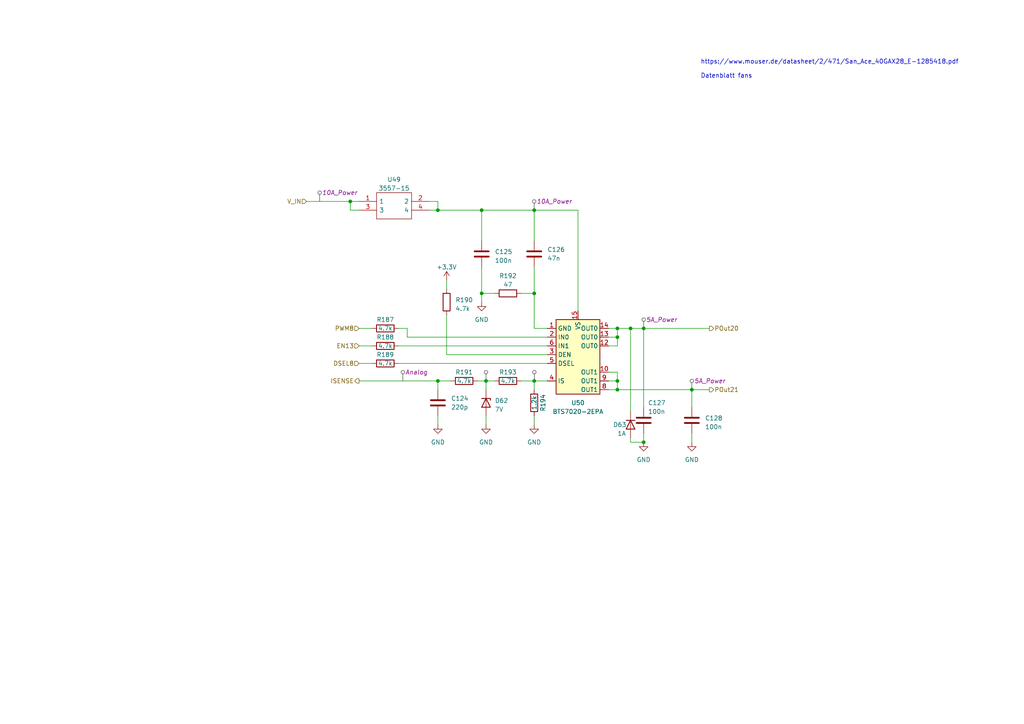
<source format=kicad_sch>
(kicad_sch (version 20230121) (generator eeschema)

  (uuid 73b20328-357b-4c4f-9f81-e16266d7eb6c)

  (paper "A4")

  (title_block
    (title "PDU FT24")
    (company "Nived Jayaprakash Nambiar ")
    (comment 1 "FasTTUBe Electronics")
  )

  (lib_symbols
    (symbol "3557-15:3557-15" (pin_names (offset 0.762)) (in_bom yes) (on_board yes)
      (property "Reference" "U" (at 16.51 7.62 0)
        (effects (font (size 1.27 1.27)) (justify left))
      )
      (property "Value" "3557-15" (at 16.51 5.08 0)
        (effects (font (size 1.27 1.27)) (justify left))
      )
      (property "Footprint" "355715" (at 16.51 2.54 0)
        (effects (font (size 1.27 1.27)) (justify left) hide)
      )
      (property "Datasheet" "https://componentsearchengine.com/Datasheets/1/3557-15.pdf" (at 16.51 0 0)
        (effects (font (size 1.27 1.27)) (justify left) hide)
      )
      (property "Description" "Fuse Holder T/H 2 IN 1 AUTO BLDE HOLDER, BLUE 15A" (at 16.51 -2.54 0)
        (effects (font (size 1.27 1.27)) (justify left) hide)
      )
      (property "Height" "7.37" (at 16.51 -5.08 0)
        (effects (font (size 1.27 1.27)) (justify left) hide)
      )
      (property "heisener Part Number" "" (at 16.51 -7.62 0)
        (effects (font (size 1.27 1.27)) (justify left) hide)
      )
      (property "heisener Price/Stock" "" (at 16.51 -10.16 0)
        (effects (font (size 1.27 1.27)) (justify left) hide)
      )
      (property "Manufacturer_Name" "Keystone Electronics" (at 16.51 -12.7 0)
        (effects (font (size 1.27 1.27)) (justify left) hide)
      )
      (property "Manufacturer_Part_Number" "3557-15" (at 16.51 -15.24 0)
        (effects (font (size 1.27 1.27)) (justify left) hide)
      )
      (property "ki_description" "Fuse Holder T/H 2 IN 1 AUTO BLDE HOLDER, BLUE 15A" (at 0 0 0)
        (effects (font (size 1.27 1.27)) hide)
      )
      (symbol "3557-15_0_0"
        (pin passive line (at 0 0 0) (length 5.08)
          (name "1" (effects (font (size 1.27 1.27))))
          (number "1" (effects (font (size 1.27 1.27))))
        )
        (pin passive line (at 20.32 0 180) (length 5.08)
          (name "2" (effects (font (size 1.27 1.27))))
          (number "2" (effects (font (size 1.27 1.27))))
        )
        (pin passive line (at 0 -2.54 0) (length 5.08)
          (name "3" (effects (font (size 1.27 1.27))))
          (number "3" (effects (font (size 1.27 1.27))))
        )
        (pin passive line (at 20.32 -2.54 180) (length 5.08)
          (name "4" (effects (font (size 1.27 1.27))))
          (number "4" (effects (font (size 1.27 1.27))))
        )
      )
      (symbol "3557-15_0_1"
        (polyline
          (pts
            (xy 5.08 2.54)
            (xy 15.24 2.54)
            (xy 15.24 -5.08)
            (xy 5.08 -5.08)
            (xy 5.08 2.54)
          )
          (stroke (width 0.1524) (type solid))
          (fill (type none))
        )
      )
    )
    (symbol "Device:C" (pin_numbers hide) (pin_names (offset 0.254)) (in_bom yes) (on_board yes)
      (property "Reference" "C" (at 0.635 2.54 0)
        (effects (font (size 1.27 1.27)) (justify left))
      )
      (property "Value" "C" (at 0.635 -2.54 0)
        (effects (font (size 1.27 1.27)) (justify left))
      )
      (property "Footprint" "" (at 0.9652 -3.81 0)
        (effects (font (size 1.27 1.27)) hide)
      )
      (property "Datasheet" "~" (at 0 0 0)
        (effects (font (size 1.27 1.27)) hide)
      )
      (property "ki_keywords" "cap capacitor" (at 0 0 0)
        (effects (font (size 1.27 1.27)) hide)
      )
      (property "ki_description" "Unpolarized capacitor" (at 0 0 0)
        (effects (font (size 1.27 1.27)) hide)
      )
      (property "ki_fp_filters" "C_*" (at 0 0 0)
        (effects (font (size 1.27 1.27)) hide)
      )
      (symbol "C_0_1"
        (polyline
          (pts
            (xy -2.032 -0.762)
            (xy 2.032 -0.762)
          )
          (stroke (width 0.508) (type default))
          (fill (type none))
        )
        (polyline
          (pts
            (xy -2.032 0.762)
            (xy 2.032 0.762)
          )
          (stroke (width 0.508) (type default))
          (fill (type none))
        )
      )
      (symbol "C_1_1"
        (pin passive line (at 0 3.81 270) (length 2.794)
          (name "~" (effects (font (size 1.27 1.27))))
          (number "1" (effects (font (size 1.27 1.27))))
        )
        (pin passive line (at 0 -3.81 90) (length 2.794)
          (name "~" (effects (font (size 1.27 1.27))))
          (number "2" (effects (font (size 1.27 1.27))))
        )
      )
    )
    (symbol "Device:D" (pin_numbers hide) (pin_names (offset 1.016) hide) (in_bom yes) (on_board yes)
      (property "Reference" "D" (at 0 2.54 0)
        (effects (font (size 1.27 1.27)))
      )
      (property "Value" "D" (at 0 -2.54 0)
        (effects (font (size 1.27 1.27)))
      )
      (property "Footprint" "" (at 0 0 0)
        (effects (font (size 1.27 1.27)) hide)
      )
      (property "Datasheet" "~" (at 0 0 0)
        (effects (font (size 1.27 1.27)) hide)
      )
      (property "Sim.Device" "D" (at 0 0 0)
        (effects (font (size 1.27 1.27)) hide)
      )
      (property "Sim.Pins" "1=K 2=A" (at 0 0 0)
        (effects (font (size 1.27 1.27)) hide)
      )
      (property "ki_keywords" "diode" (at 0 0 0)
        (effects (font (size 1.27 1.27)) hide)
      )
      (property "ki_description" "Diode" (at 0 0 0)
        (effects (font (size 1.27 1.27)) hide)
      )
      (property "ki_fp_filters" "TO-???* *_Diode_* *SingleDiode* D_*" (at 0 0 0)
        (effects (font (size 1.27 1.27)) hide)
      )
      (symbol "D_0_1"
        (polyline
          (pts
            (xy -1.27 1.27)
            (xy -1.27 -1.27)
          )
          (stroke (width 0.254) (type default))
          (fill (type none))
        )
        (polyline
          (pts
            (xy 1.27 0)
            (xy -1.27 0)
          )
          (stroke (width 0) (type default))
          (fill (type none))
        )
        (polyline
          (pts
            (xy 1.27 1.27)
            (xy 1.27 -1.27)
            (xy -1.27 0)
            (xy 1.27 1.27)
          )
          (stroke (width 0.254) (type default))
          (fill (type none))
        )
      )
      (symbol "D_1_1"
        (pin passive line (at -3.81 0 0) (length 2.54)
          (name "K" (effects (font (size 1.27 1.27))))
          (number "1" (effects (font (size 1.27 1.27))))
        )
        (pin passive line (at 3.81 0 180) (length 2.54)
          (name "A" (effects (font (size 1.27 1.27))))
          (number "2" (effects (font (size 1.27 1.27))))
        )
      )
    )
    (symbol "Device:D_Zener" (pin_numbers hide) (pin_names (offset 1.016) hide) (in_bom yes) (on_board yes)
      (property "Reference" "D" (at 0 2.54 0)
        (effects (font (size 1.27 1.27)))
      )
      (property "Value" "D_Zener" (at 0 -2.54 0)
        (effects (font (size 1.27 1.27)))
      )
      (property "Footprint" "" (at 0 0 0)
        (effects (font (size 1.27 1.27)) hide)
      )
      (property "Datasheet" "~" (at 0 0 0)
        (effects (font (size 1.27 1.27)) hide)
      )
      (property "ki_keywords" "diode" (at 0 0 0)
        (effects (font (size 1.27 1.27)) hide)
      )
      (property "ki_description" "Zener diode" (at 0 0 0)
        (effects (font (size 1.27 1.27)) hide)
      )
      (property "ki_fp_filters" "TO-???* *_Diode_* *SingleDiode* D_*" (at 0 0 0)
        (effects (font (size 1.27 1.27)) hide)
      )
      (symbol "D_Zener_0_1"
        (polyline
          (pts
            (xy 1.27 0)
            (xy -1.27 0)
          )
          (stroke (width 0) (type default))
          (fill (type none))
        )
        (polyline
          (pts
            (xy -1.27 -1.27)
            (xy -1.27 1.27)
            (xy -0.762 1.27)
          )
          (stroke (width 0.254) (type default))
          (fill (type none))
        )
        (polyline
          (pts
            (xy 1.27 -1.27)
            (xy 1.27 1.27)
            (xy -1.27 0)
            (xy 1.27 -1.27)
          )
          (stroke (width 0.254) (type default))
          (fill (type none))
        )
      )
      (symbol "D_Zener_1_1"
        (pin passive line (at -3.81 0 0) (length 2.54)
          (name "K" (effects (font (size 1.27 1.27))))
          (number "1" (effects (font (size 1.27 1.27))))
        )
        (pin passive line (at 3.81 0 180) (length 2.54)
          (name "A" (effects (font (size 1.27 1.27))))
          (number "2" (effects (font (size 1.27 1.27))))
        )
      )
    )
    (symbol "Device:R" (pin_numbers hide) (pin_names (offset 0)) (in_bom yes) (on_board yes)
      (property "Reference" "R" (at 2.032 0 90)
        (effects (font (size 1.27 1.27)))
      )
      (property "Value" "R" (at 0 0 90)
        (effects (font (size 1.27 1.27)))
      )
      (property "Footprint" "" (at -1.778 0 90)
        (effects (font (size 1.27 1.27)) hide)
      )
      (property "Datasheet" "~" (at 0 0 0)
        (effects (font (size 1.27 1.27)) hide)
      )
      (property "ki_keywords" "R res resistor" (at 0 0 0)
        (effects (font (size 1.27 1.27)) hide)
      )
      (property "ki_description" "Resistor" (at 0 0 0)
        (effects (font (size 1.27 1.27)) hide)
      )
      (property "ki_fp_filters" "R_*" (at 0 0 0)
        (effects (font (size 1.27 1.27)) hide)
      )
      (symbol "R_0_1"
        (rectangle (start -1.016 -2.54) (end 1.016 2.54)
          (stroke (width 0.254) (type default))
          (fill (type none))
        )
      )
      (symbol "R_1_1"
        (pin passive line (at 0 3.81 270) (length 1.27)
          (name "~" (effects (font (size 1.27 1.27))))
          (number "1" (effects (font (size 1.27 1.27))))
        )
        (pin passive line (at 0 -3.81 90) (length 1.27)
          (name "~" (effects (font (size 1.27 1.27))))
          (number "2" (effects (font (size 1.27 1.27))))
        )
      )
    )
    (symbol "PROFET:BTS7020-2EPA" (in_bom yes) (on_board yes)
      (property "Reference" "U" (at -5.08 11.43 0)
        (effects (font (size 1.27 1.27)))
      )
      (property "Value" "BTS7020-2EPA" (at 7.62 11.43 0)
        (effects (font (size 1.27 1.27)))
      )
      (property "Footprint" "Package_SO:Infineon_PG-TSDSO-14-22" (at -22.86 -12.7 0)
        (effects (font (size 1.27 1.27)) hide)
      )
      (property "Datasheet" "https://www.infineon.com/dgdl/Infineon-BTS7120-2EPA-DataSheet-v01_10-EN.pdf?fileId=5546d462636cc8fb016421dc08d31138" (at -3.81 -19.05 0)
        (effects (font (size 1.27 1.27)) hide)
      )
      (property "ki_keywords" "BTS7004" (at 0 0 0)
        (effects (font (size 1.27 1.27)) hide)
      )
      (property "ki_description" "Smart High-Side Power Switch, PROFET, Two Channel, 12V, 5A, Rds(on) 23.7mΩ, PG-TSDSO-14-22" (at 0 0 0)
        (effects (font (size 1.27 1.27)) hide)
      )
      (property "ki_fp_filters" "Infineon*TSDSO*22*" (at 0 0 0)
        (effects (font (size 1.27 1.27)) hide)
      )
      (symbol "BTS7020-2EPA_0_0"
        (pin input line (at -8.89 -2.54 0) (length 2.54)
          (name "DSEL" (effects (font (size 1.27 1.27))))
          (number "5" (effects (font (size 1.27 1.27))))
        )
        (pin input line (at -8.89 2.54 0) (length 2.54)
          (name "IN1" (effects (font (size 1.27 1.27))))
          (number "6" (effects (font (size 1.27 1.27))))
        )
      )
      (symbol "BTS7020-2EPA_0_1"
        (rectangle (start -6.35 10.16) (end 6.35 -11.43)
          (stroke (width 0.254) (type default))
          (fill (type background))
        )
      )
      (symbol "BTS7020-2EPA_1_1"
        (pin power_out line (at -8.89 7.62 0) (length 2.54)
          (name "GND" (effects (font (size 1.27 1.27))))
          (number "1" (effects (font (size 1.27 1.27))))
        )
        (pin output line (at 8.89 -5.08 180) (length 2.54)
          (name "OUT1" (effects (font (size 1.27 1.27))))
          (number "10" (effects (font (size 1.27 1.27))))
        )
        (pin no_connect line (at 8.89 -1.27 180) (length 2.54) hide
          (name "NC" (effects (font (size 1.27 1.27))))
          (number "11" (effects (font (size 1.27 1.27))))
        )
        (pin output line (at 8.89 2.54 180) (length 2.54)
          (name "OUT0" (effects (font (size 1.27 1.27))))
          (number "12" (effects (font (size 1.27 1.27))))
        )
        (pin output line (at 8.89 5.08 180) (length 2.54)
          (name "OUT0" (effects (font (size 1.27 1.27))))
          (number "13" (effects (font (size 1.27 1.27))))
        )
        (pin output line (at 8.89 7.62 180) (length 2.54)
          (name "OUT0" (effects (font (size 1.27 1.27))))
          (number "14" (effects (font (size 1.27 1.27))))
        )
        (pin power_in line (at 0 12.7 270) (length 2.54)
          (name "VS" (effects (font (size 1.27 1.27))))
          (number "15" (effects (font (size 1.27 1.27))))
        )
        (pin input line (at -8.89 5.08 0) (length 2.54)
          (name "IN0" (effects (font (size 1.27 1.27))))
          (number "2" (effects (font (size 1.27 1.27))))
        )
        (pin input line (at -8.89 0 0) (length 2.54)
          (name "DEN" (effects (font (size 1.27 1.27))))
          (number "3" (effects (font (size 1.27 1.27))))
        )
        (pin output line (at -8.89 -7.62 0) (length 2.54)
          (name "IS" (effects (font (size 1.27 1.27))))
          (number "4" (effects (font (size 1.27 1.27))))
        )
        (pin no_connect line (at -8.89 -10.16 0) (length 2.54) hide
          (name "NC" (effects (font (size 1.27 1.27))))
          (number "7" (effects (font (size 1.27 1.27))))
        )
        (pin output line (at 8.89 -10.16 180) (length 2.54)
          (name "OUT1" (effects (font (size 1.27 1.27))))
          (number "8" (effects (font (size 1.27 1.27))))
        )
        (pin output line (at 8.89 -7.62 180) (length 2.54)
          (name "OUT1" (effects (font (size 1.27 1.27))))
          (number "9" (effects (font (size 1.27 1.27))))
        )
      )
    )
    (symbol "power:+3.3V" (power) (pin_names (offset 0)) (in_bom yes) (on_board yes)
      (property "Reference" "#PWR" (at 0 -3.81 0)
        (effects (font (size 1.27 1.27)) hide)
      )
      (property "Value" "+3.3V" (at 0 3.556 0)
        (effects (font (size 1.27 1.27)))
      )
      (property "Footprint" "" (at 0 0 0)
        (effects (font (size 1.27 1.27)) hide)
      )
      (property "Datasheet" "" (at 0 0 0)
        (effects (font (size 1.27 1.27)) hide)
      )
      (property "ki_keywords" "global power" (at 0 0 0)
        (effects (font (size 1.27 1.27)) hide)
      )
      (property "ki_description" "Power symbol creates a global label with name \"+3.3V\"" (at 0 0 0)
        (effects (font (size 1.27 1.27)) hide)
      )
      (symbol "+3.3V_0_1"
        (polyline
          (pts
            (xy -0.762 1.27)
            (xy 0 2.54)
          )
          (stroke (width 0) (type default))
          (fill (type none))
        )
        (polyline
          (pts
            (xy 0 0)
            (xy 0 2.54)
          )
          (stroke (width 0) (type default))
          (fill (type none))
        )
        (polyline
          (pts
            (xy 0 2.54)
            (xy 0.762 1.27)
          )
          (stroke (width 0) (type default))
          (fill (type none))
        )
      )
      (symbol "+3.3V_1_1"
        (pin power_in line (at 0 0 90) (length 0) hide
          (name "+3.3V" (effects (font (size 1.27 1.27))))
          (number "1" (effects (font (size 1.27 1.27))))
        )
      )
    )
    (symbol "power:GND" (power) (pin_names (offset 0)) (in_bom yes) (on_board yes)
      (property "Reference" "#PWR" (at 0 -6.35 0)
        (effects (font (size 1.27 1.27)) hide)
      )
      (property "Value" "GND" (at 0 -3.81 0)
        (effects (font (size 1.27 1.27)))
      )
      (property "Footprint" "" (at 0 0 0)
        (effects (font (size 1.27 1.27)) hide)
      )
      (property "Datasheet" "" (at 0 0 0)
        (effects (font (size 1.27 1.27)) hide)
      )
      (property "ki_keywords" "global power" (at 0 0 0)
        (effects (font (size 1.27 1.27)) hide)
      )
      (property "ki_description" "Power symbol creates a global label with name \"GND\" , ground" (at 0 0 0)
        (effects (font (size 1.27 1.27)) hide)
      )
      (symbol "GND_0_1"
        (polyline
          (pts
            (xy 0 0)
            (xy 0 -1.27)
            (xy 1.27 -1.27)
            (xy 0 -2.54)
            (xy -1.27 -1.27)
            (xy 0 -1.27)
          )
          (stroke (width 0) (type default))
          (fill (type none))
        )
      )
      (symbol "GND_1_1"
        (pin power_in line (at 0 0 270) (length 0) hide
          (name "GND" (effects (font (size 1.27 1.27))))
          (number "1" (effects (font (size 1.27 1.27))))
        )
      )
    )
  )

  (junction (at 127 60.96) (diameter 0) (color 0 0 0 0)
    (uuid 175d1361-4d4b-4b81-8af8-54faec31ab8a)
  )
  (junction (at 186.69 128.27) (diameter 0) (color 0 0 0 0)
    (uuid 2f7d165b-7467-4a7d-a162-ae4d34d65946)
  )
  (junction (at 179.07 113.03) (diameter 0) (color 0 0 0 0)
    (uuid 3d883d95-0ad8-41fa-8443-aa7b8d8286c9)
  )
  (junction (at 127 110.49) (diameter 0) (color 0 0 0 0)
    (uuid 46568e91-1d36-4e62-98ad-e857f1475b06)
  )
  (junction (at 179.07 110.49) (diameter 0) (color 0 0 0 0)
    (uuid 5709b327-4cd6-4500-b4fd-8f937dfcb761)
  )
  (junction (at 154.94 60.96) (diameter 0) (color 0 0 0 0)
    (uuid 58959ee8-a9b9-4e48-871e-3c897a61017c)
  )
  (junction (at 154.94 110.49) (diameter 0) (color 0 0 0 0)
    (uuid 5c532006-7147-4107-94bf-e78102e260fe)
  )
  (junction (at 140.97 110.49) (diameter 0) (color 0 0 0 0)
    (uuid 609a2eb7-ea11-4b84-a3aa-4c884fe66b3d)
  )
  (junction (at 200.66 113.03) (diameter 0) (color 0 0 0 0)
    (uuid 706a6c87-6b73-4093-9b85-1c695337132a)
  )
  (junction (at 179.07 95.25) (diameter 0) (color 0 0 0 0)
    (uuid 775285e9-15a0-4975-9029-83670a5779bc)
  )
  (junction (at 179.07 97.79) (diameter 0) (color 0 0 0 0)
    (uuid 7ed9980e-3942-406e-944b-acc72e1d4712)
  )
  (junction (at 154.94 85.09) (diameter 0) (color 0 0 0 0)
    (uuid 8393872f-c31f-4200-9c94-ee43837719c8)
  )
  (junction (at 186.69 95.25) (diameter 0) (color 0 0 0 0)
    (uuid 8810052c-eefe-4d5f-86e4-f77fffced14f)
  )
  (junction (at 101.6 58.42) (diameter 0) (color 0 0 0 0)
    (uuid 9b110769-18bb-4d2d-9add-70e0c19644e5)
  )
  (junction (at 182.88 95.25) (diameter 0) (color 0 0 0 0)
    (uuid af4a309a-e072-47fd-8cc3-83290b76cd8a)
  )
  (junction (at 139.7 60.96) (diameter 0) (color 0 0 0 0)
    (uuid e1db3a00-8fa6-4d3b-8870-c89b4f671f61)
  )
  (junction (at 139.7 85.09) (diameter 0) (color 0 0 0 0)
    (uuid ec3c78f9-5a81-4f9c-9263-feb1ab9ca742)
  )

  (wire (pts (xy 104.14 110.49) (xy 127 110.49))
    (stroke (width 0) (type default))
    (uuid 02e44efb-14b9-4c8d-9385-01f7be4e308b)
  )
  (wire (pts (xy 143.51 85.09) (xy 139.7 85.09))
    (stroke (width 0) (type default))
    (uuid 03983e59-cf3a-4e3d-a0fd-1957d078ae3c)
  )
  (wire (pts (xy 176.53 110.49) (xy 179.07 110.49))
    (stroke (width 0) (type default))
    (uuid 073082f8-8c88-4e08-9321-7134e8b48671)
  )
  (wire (pts (xy 139.7 60.96) (xy 154.94 60.96))
    (stroke (width 0) (type default))
    (uuid 0ffb533a-5b15-4f2a-9ae2-9023276619d7)
  )
  (wire (pts (xy 118.11 95.25) (xy 115.57 95.25))
    (stroke (width 0) (type default))
    (uuid 10b2ebb2-1e7a-44af-b2e8-909c53243657)
  )
  (wire (pts (xy 154.94 60.96) (xy 154.94 69.85))
    (stroke (width 0) (type default))
    (uuid 15989528-0048-4d5b-b706-29be5451972c)
  )
  (wire (pts (xy 127 110.49) (xy 127 113.03))
    (stroke (width 0) (type default))
    (uuid 1ae7a899-26a1-499a-a3cd-32547afca0a2)
  )
  (wire (pts (xy 200.66 113.03) (xy 200.66 118.11))
    (stroke (width 0) (type default))
    (uuid 1d9b6465-d67f-47e2-b19e-3ffe9c5ebb40)
  )
  (wire (pts (xy 154.94 120.65) (xy 154.94 123.19))
    (stroke (width 0) (type default))
    (uuid 2888875f-e399-487f-9e60-aa5d39ea9225)
  )
  (wire (pts (xy 129.54 91.44) (xy 129.54 102.87))
    (stroke (width 0) (type default))
    (uuid 29b077e3-9ca4-4918-a4a2-4413f4f33076)
  )
  (wire (pts (xy 176.53 100.33) (xy 179.07 100.33))
    (stroke (width 0) (type default))
    (uuid 3dd462a0-b2a8-40b1-b7ce-3b1cc94f399d)
  )
  (wire (pts (xy 179.07 113.03) (xy 200.66 113.03))
    (stroke (width 0) (type default))
    (uuid 3df449a5-58d2-4afe-b78c-2180a40155af)
  )
  (wire (pts (xy 127 58.42) (xy 127 60.96))
    (stroke (width 0) (type default))
    (uuid 4321f455-1d64-462c-965b-e7a033dbed90)
  )
  (wire (pts (xy 104.14 100.33) (xy 107.95 100.33))
    (stroke (width 0) (type default))
    (uuid 5014adcd-d38d-4c05-b590-570f7d619d14)
  )
  (wire (pts (xy 101.6 58.42) (xy 104.14 58.42))
    (stroke (width 0) (type default))
    (uuid 54a958e6-bea8-4649-9dee-217bede9cac6)
  )
  (wire (pts (xy 200.66 113.03) (xy 205.74 113.03))
    (stroke (width 0) (type default))
    (uuid 581d2e85-0d68-4300-9733-4cf6806eaaf7)
  )
  (wire (pts (xy 176.53 113.03) (xy 179.07 113.03))
    (stroke (width 0) (type default))
    (uuid 5a6f4eda-8287-49fa-a1f8-ab728fcd5c26)
  )
  (wire (pts (xy 104.14 105.41) (xy 107.95 105.41))
    (stroke (width 0) (type default))
    (uuid 5af54939-2550-4dab-952d-9e322551e5b9)
  )
  (wire (pts (xy 200.66 125.73) (xy 200.66 128.27))
    (stroke (width 0) (type default))
    (uuid 5d0b5360-47b7-490e-9b2a-213e8620b5b2)
  )
  (wire (pts (xy 151.13 85.09) (xy 154.94 85.09))
    (stroke (width 0) (type default))
    (uuid 5ddf20bf-cdc3-4a70-828a-7714f6644e8d)
  )
  (wire (pts (xy 182.88 95.25) (xy 182.88 119.38))
    (stroke (width 0) (type default))
    (uuid 60a6ef29-456f-4dc2-a044-1ca5dafd604e)
  )
  (wire (pts (xy 186.69 95.25) (xy 205.74 95.25))
    (stroke (width 0) (type default))
    (uuid 63ffb81c-eeec-4b12-abb4-02d8994714c6)
  )
  (wire (pts (xy 186.69 125.73) (xy 186.69 128.27))
    (stroke (width 0) (type default))
    (uuid 67d78fef-7338-462d-be31-9a483c292636)
  )
  (wire (pts (xy 129.54 81.28) (xy 129.54 83.82))
    (stroke (width 0) (type default))
    (uuid 6dcfe511-f438-477e-bd0a-370380c81b03)
  )
  (wire (pts (xy 182.88 128.27) (xy 186.69 128.27))
    (stroke (width 0) (type default))
    (uuid 74323e33-9c53-4a9f-8995-3adb05c6f11c)
  )
  (wire (pts (xy 154.94 110.49) (xy 151.13 110.49))
    (stroke (width 0) (type default))
    (uuid 755f717c-870e-44a0-9c1b-3e783817d396)
  )
  (wire (pts (xy 127 60.96) (xy 139.7 60.96))
    (stroke (width 0) (type default))
    (uuid 7587797b-5c2a-4697-8b74-4b62bf0f90fd)
  )
  (wire (pts (xy 158.75 102.87) (xy 129.54 102.87))
    (stroke (width 0) (type default))
    (uuid 7a21e535-ec3e-40c5-bd9d-2ef4cd63707e)
  )
  (wire (pts (xy 88.9 58.42) (xy 101.6 58.42))
    (stroke (width 0) (type default))
    (uuid 7da26f80-3765-4b02-9798-aa603438a90f)
  )
  (wire (pts (xy 124.46 58.42) (xy 127 58.42))
    (stroke (width 0) (type default))
    (uuid 7f18b483-a759-4f39-b933-702eafe1ed38)
  )
  (wire (pts (xy 154.94 113.03) (xy 154.94 110.49))
    (stroke (width 0) (type default))
    (uuid 827f6f0a-c7b4-483b-9469-193f0e6912ab)
  )
  (wire (pts (xy 140.97 120.65) (xy 140.97 123.19))
    (stroke (width 0) (type default))
    (uuid 83ce0af5-2fdd-4d22-b4f2-e721a8daa960)
  )
  (wire (pts (xy 154.94 85.09) (xy 154.94 95.25))
    (stroke (width 0) (type default))
    (uuid 88632029-70fd-43b7-8434-5d5bb815788d)
  )
  (wire (pts (xy 127 120.65) (xy 127 123.19))
    (stroke (width 0) (type default))
    (uuid 92c94936-190e-46b8-bce6-1444a0dfaad3)
  )
  (wire (pts (xy 130.81 110.49) (xy 127 110.49))
    (stroke (width 0) (type default))
    (uuid 983f50d1-567e-46a4-926c-8018050cb74e)
  )
  (wire (pts (xy 179.07 95.25) (xy 182.88 95.25))
    (stroke (width 0) (type default))
    (uuid 9d8a3047-760e-4bf3-830b-c6c275064a58)
  )
  (wire (pts (xy 115.57 105.41) (xy 158.75 105.41))
    (stroke (width 0) (type default))
    (uuid 9e6e6a32-5182-4abb-a050-c2c941a8d85e)
  )
  (wire (pts (xy 179.07 113.03) (xy 179.07 110.49))
    (stroke (width 0) (type default))
    (uuid 9fcd3e2f-4e26-492d-8a02-7f44428c0378)
  )
  (wire (pts (xy 154.94 60.96) (xy 167.64 60.96))
    (stroke (width 0) (type default))
    (uuid a522d363-fe4a-4af9-a482-305f540c2a91)
  )
  (wire (pts (xy 154.94 110.49) (xy 158.75 110.49))
    (stroke (width 0) (type default))
    (uuid abf9a493-1877-448d-8c61-5cdc3c51d06d)
  )
  (wire (pts (xy 179.07 110.49) (xy 179.07 107.95))
    (stroke (width 0) (type default))
    (uuid acb25641-4cf2-4fcb-bd09-566322363768)
  )
  (wire (pts (xy 104.14 60.96) (xy 101.6 60.96))
    (stroke (width 0) (type default))
    (uuid b1083512-a37a-4131-acd2-766e64f07625)
  )
  (wire (pts (xy 158.75 97.79) (xy 118.11 97.79))
    (stroke (width 0) (type default))
    (uuid b519f930-83c1-47b0-aa39-9b71c9363dd8)
  )
  (wire (pts (xy 179.07 95.25) (xy 176.53 95.25))
    (stroke (width 0) (type default))
    (uuid b6407df4-31c4-4d1f-92ba-bc6e22f87e63)
  )
  (wire (pts (xy 140.97 113.03) (xy 140.97 110.49))
    (stroke (width 0) (type default))
    (uuid b88c8c4c-6006-42b7-a582-6c140507602a)
  )
  (wire (pts (xy 182.88 127) (xy 182.88 128.27))
    (stroke (width 0) (type default))
    (uuid c740ab11-9bc4-4bc6-99a6-9dd7c5f0a9ae)
  )
  (wire (pts (xy 140.97 110.49) (xy 138.43 110.49))
    (stroke (width 0) (type default))
    (uuid c763b5d7-7491-4b17-a854-fc4dfed5cba4)
  )
  (wire (pts (xy 140.97 110.49) (xy 143.51 110.49))
    (stroke (width 0) (type default))
    (uuid c8a65e8f-1004-4161-86d6-f04764f34f6f)
  )
  (wire (pts (xy 179.07 100.33) (xy 179.07 97.79))
    (stroke (width 0) (type default))
    (uuid ca052af9-a192-4092-891b-119d1b677996)
  )
  (wire (pts (xy 179.07 97.79) (xy 179.07 95.25))
    (stroke (width 0) (type default))
    (uuid ca2099ed-6cf2-4bb8-b740-2e69e363540d)
  )
  (wire (pts (xy 104.14 95.25) (xy 107.95 95.25))
    (stroke (width 0) (type default))
    (uuid cae57cfe-1a2a-4cc9-b152-1be675d83d2f)
  )
  (wire (pts (xy 139.7 60.96) (xy 139.7 69.85))
    (stroke (width 0) (type default))
    (uuid cfa70a59-4d0e-43f2-8ad1-556074889b69)
  )
  (wire (pts (xy 139.7 85.09) (xy 139.7 87.63))
    (stroke (width 0) (type default))
    (uuid cffc76df-127e-42bc-abcc-77604b73ffcc)
  )
  (wire (pts (xy 167.64 60.96) (xy 167.64 90.17))
    (stroke (width 0) (type default))
    (uuid d207c37d-5022-435a-b118-dbc575d843bd)
  )
  (wire (pts (xy 179.07 107.95) (xy 176.53 107.95))
    (stroke (width 0) (type default))
    (uuid d2d3dc48-0fb7-47f6-a202-15c7be19d74c)
  )
  (wire (pts (xy 118.11 97.79) (xy 118.11 95.25))
    (stroke (width 0) (type default))
    (uuid e15e8bd2-9907-4389-981b-86e848671b03)
  )
  (wire (pts (xy 124.46 60.96) (xy 127 60.96))
    (stroke (width 0) (type default))
    (uuid e71dc526-1755-4e5c-b278-ac816b56d0d0)
  )
  (wire (pts (xy 176.53 97.79) (xy 179.07 97.79))
    (stroke (width 0) (type default))
    (uuid eee70ced-235a-453d-8d15-8e83d6fae31e)
  )
  (wire (pts (xy 182.88 95.25) (xy 186.69 95.25))
    (stroke (width 0) (type default))
    (uuid f3ebb97f-523d-4bde-8cda-a16e461cc146)
  )
  (wire (pts (xy 154.94 77.47) (xy 154.94 85.09))
    (stroke (width 0) (type default))
    (uuid f899cec1-49db-4c09-a62d-b41ea08660c3)
  )
  (wire (pts (xy 115.57 100.33) (xy 158.75 100.33))
    (stroke (width 0) (type default))
    (uuid f9e243cf-35e0-4bd7-bde6-76a95c602b57)
  )
  (wire (pts (xy 186.69 95.25) (xy 186.69 118.11))
    (stroke (width 0) (type default))
    (uuid fb833e7c-e48f-4115-b740-d38253d34d81)
  )
  (wire (pts (xy 158.75 95.25) (xy 154.94 95.25))
    (stroke (width 0) (type default))
    (uuid fc43c987-d69a-4cb1-b4ca-4e1202985a65)
  )
  (wire (pts (xy 139.7 85.09) (xy 139.7 77.47))
    (stroke (width 0) (type default))
    (uuid fceee9e8-8785-4340-b8fe-bf7b8fbb7ed1)
  )
  (wire (pts (xy 101.6 60.96) (xy 101.6 58.42))
    (stroke (width 0) (type default))
    (uuid fe05adb0-6bd4-4d59-baad-ab9817f882b2)
  )

  (text "https://www.mouser.de/datasheet/2/471/San_Ace_40GAX28_E-1285418.pdf\n\nDatenblatt fans\n"
    (at 203.2 22.86 0)
    (effects (font (size 1.27 1.27)) (justify left bottom))
    (uuid 4c91b9d5-75f6-41c0-ab65-ed36d67b2bf3)
  )

  (hierarchical_label "EN13" (shape input) (at 104.14 100.33 180) (fields_autoplaced)
    (effects (font (size 1.27 1.27)) (justify right))
    (uuid 1549ad91-e51d-4daa-a0a7-cdf66a8f2efe)
  )
  (hierarchical_label "PWM8" (shape input) (at 104.14 95.25 180) (fields_autoplaced)
    (effects (font (size 1.27 1.27)) (justify right))
    (uuid 4227d203-3c9f-40fb-8c90-acfaf221cba4)
  )
  (hierarchical_label "POut20" (shape output) (at 205.74 95.25 0) (fields_autoplaced)
    (effects (font (size 1.27 1.27)) (justify left))
    (uuid 43901e3a-4719-4609-97bd-dda5317cc9f5)
  )
  (hierarchical_label "POut21" (shape output) (at 205.74 113.03 0) (fields_autoplaced)
    (effects (font (size 1.27 1.27)) (justify left))
    (uuid 63827188-1d90-411a-9ce9-65009f74d0f3)
  )
  (hierarchical_label "ISENSE" (shape output) (at 104.14 110.49 180) (fields_autoplaced)
    (effects (font (size 1.27 1.27)) (justify right))
    (uuid 95b8fe23-f9cf-488e-8341-3e151fc27078)
  )
  (hierarchical_label "V_IN" (shape input) (at 88.9 58.42 180) (fields_autoplaced)
    (effects (font (size 1.27 1.27)) (justify right))
    (uuid 9a738217-b03e-48b1-9d5a-6d3e43df3f73)
  )
  (hierarchical_label "DSEL8" (shape input) (at 104.14 105.41 180) (fields_autoplaced)
    (effects (font (size 1.27 1.27)) (justify right))
    (uuid bf8ce3d7-872b-4c25-be6d-da47ab2282fa)
  )

  (netclass_flag "" (length 2.54) (shape round) (at 92.71 58.42 0) (fields_autoplaced)
    (effects (font (size 1.27 1.27)) (justify left bottom))
    (uuid 0d859f2a-88d1-480c-acab-8cb539c9667e)
    (property "Netclass" "10A_Power" (at 93.4085 55.88 0)
      (effects (font (size 1.27 1.27) italic) (justify left))
    )
  )
  (netclass_flag "" (length 2.54) (shape round) (at 140.97 110.49 0) (fields_autoplaced)
    (effects (font (size 1.27 1.27)) (justify left bottom))
    (uuid 10d3f9d3-726f-4052-83a9-a41ebb5d3754)
    (property "Netclass" "Analog" (at 141.6685 107.95 0)
      (effects (font (size 1.27 1.27) italic) (justify left) hide)
    )
  )
  (netclass_flag "" (length 2.54) (shape round) (at 154.94 60.96 0) (fields_autoplaced)
    (effects (font (size 1.27 1.27)) (justify left bottom))
    (uuid 391de4ae-6549-46ab-91b2-3da72b211ef4)
    (property "Netclass" "10A_Power" (at 155.6385 58.42 0)
      (effects (font (size 1.27 1.27) italic) (justify left))
    )
  )
  (netclass_flag "" (length 2.54) (shape round) (at 154.9851 110.49 0) (fields_autoplaced)
    (effects (font (size 1.27 1.27)) (justify left bottom))
    (uuid 70c1b791-34fe-456c-8a11-72feb4872be8)
    (property "Netclass" "Analog" (at 155.6836 107.95 0)
      (effects (font (size 1.27 1.27) italic) (justify left) hide)
    )
  )
  (netclass_flag "" (length 2.54) (shape round) (at 186.69 95.25 0) (fields_autoplaced)
    (effects (font (size 1.27 1.27)) (justify left bottom))
    (uuid 79ad9f7e-cf5d-4353-8f85-0e7c2374d5bc)
    (property "Netclass" "5A_Power" (at 187.3885 92.71 0)
      (effects (font (size 1.27 1.27) italic) (justify left))
    )
  )
  (netclass_flag "" (length 2.54) (shape round) (at 116.84 110.49 0) (fields_autoplaced)
    (effects (font (size 1.27 1.27)) (justify left bottom))
    (uuid d6bd47ed-237a-481f-8c28-4042c6c050c4)
    (property "Netclass" "Analog" (at 117.5385 107.95 0)
      (effects (font (size 1.27 1.27) italic) (justify left))
    )
  )
  (netclass_flag "" (length 2.54) (shape round) (at 200.66 113.03 0) (fields_autoplaced)
    (effects (font (size 1.27 1.27)) (justify left bottom))
    (uuid da30a1b9-f8ac-4ced-901e-4c38bab08168)
    (property "Netclass" "5A_Power" (at 201.3585 110.49 0)
      (effects (font (size 1.27 1.27) italic) (justify left))
    )
  )

  (symbol (lib_id "Device:R") (at 111.76 105.41 90) (unit 1)
    (in_bom yes) (on_board yes) (dnp no)
    (uuid 0585a19e-0423-44c7-8c5e-53767172851a)
    (property "Reference" "R189" (at 111.76 102.87 90)
      (effects (font (size 1.27 1.27)))
    )
    (property "Value" "4.7k" (at 111.76 105.41 90)
      (effects (font (size 1.27 1.27)))
    )
    (property "Footprint" "Resistor_SMD:R_0603_1608Metric_Pad0.98x0.95mm_HandSolder" (at 111.76 107.188 90)
      (effects (font (size 1.27 1.27)) hide)
    )
    (property "Datasheet" "~" (at 111.76 105.41 0)
      (effects (font (size 1.27 1.27)) hide)
    )
    (pin "1" (uuid 8310dd9e-ea02-4a27-88bb-73eddbe9b4b0))
    (pin "2" (uuid 4446ba12-0f6f-4425-b891-3c4eebe346fc))
    (instances
      (project "PDU FT24"
        (path "/cba93115-b7ba-40c8-a438-b74eea4adf4d/fc136761-7437-4777-9313-169871d18382/43ba33b5-35ed-4409-8523-7daab12cceea"
          (reference "R189") (unit 1)
        )
        (path "/cba93115-b7ba-40c8-a438-b74eea4adf4d/fc136761-7437-4777-9313-169871d18382/1b2042b3-9b10-40f9-b40b-618456e1f823"
          (reference "R11") (unit 1)
        )
      )
    )
  )

  (symbol (lib_id "Device:R") (at 147.32 85.09 90) (unit 1)
    (in_bom yes) (on_board yes) (dnp no) (fields_autoplaced)
    (uuid 13ae8576-df5b-4cf1-af4c-6b9b9828e757)
    (property "Reference" "R192" (at 147.32 80.01 90)
      (effects (font (size 1.27 1.27)))
    )
    (property "Value" "47" (at 147.32 82.55 90)
      (effects (font (size 1.27 1.27)))
    )
    (property "Footprint" "Resistor_SMD:R_0603_1608Metric_Pad0.98x0.95mm_HandSolder" (at 147.32 86.868 90)
      (effects (font (size 1.27 1.27)) hide)
    )
    (property "Datasheet" "~" (at 147.32 85.09 0)
      (effects (font (size 1.27 1.27)) hide)
    )
    (pin "1" (uuid b61591f3-523e-435e-bf2b-7ff029833f26))
    (pin "2" (uuid 471cd00d-b849-48f7-94da-2f023caddc6c))
    (instances
      (project "PDU FT24"
        (path "/cba93115-b7ba-40c8-a438-b74eea4adf4d/fc136761-7437-4777-9313-169871d18382/43ba33b5-35ed-4409-8523-7daab12cceea"
          (reference "R192") (unit 1)
        )
        (path "/cba93115-b7ba-40c8-a438-b74eea4adf4d/fc136761-7437-4777-9313-169871d18382/1b2042b3-9b10-40f9-b40b-618456e1f823"
          (reference "R28") (unit 1)
        )
      )
    )
  )

  (symbol (lib_id "Device:C") (at 200.66 121.92 0) (unit 1)
    (in_bom yes) (on_board yes) (dnp no) (fields_autoplaced)
    (uuid 200bb6e7-cce3-4e50-b1cf-fc442b0c2a14)
    (property "Reference" "C128" (at 204.47 121.285 0)
      (effects (font (size 1.27 1.27)) (justify left))
    )
    (property "Value" "100n" (at 204.47 123.825 0)
      (effects (font (size 1.27 1.27)) (justify left))
    )
    (property "Footprint" "Capacitor_SMD:C_0603_1608Metric" (at 201.6252 125.73 0)
      (effects (font (size 1.27 1.27)) hide)
    )
    (property "Datasheet" "~" (at 200.66 121.92 0)
      (effects (font (size 1.27 1.27)) hide)
    )
    (pin "1" (uuid c1a01fc7-fe34-450d-a25d-741b21c4d024))
    (pin "2" (uuid 93733b95-9db0-46ab-a2d4-e6f9b4fb2d5b))
    (instances
      (project "PDU FT24"
        (path "/cba93115-b7ba-40c8-a438-b74eea4adf4d/fc136761-7437-4777-9313-169871d18382/43ba33b5-35ed-4409-8523-7daab12cceea"
          (reference "C128") (unit 1)
        )
        (path "/cba93115-b7ba-40c8-a438-b74eea4adf4d/fc136761-7437-4777-9313-169871d18382/1b2042b3-9b10-40f9-b40b-618456e1f823"
          (reference "C45") (unit 1)
        )
      )
    )
  )

  (symbol (lib_id "Device:C") (at 154.94 73.66 0) (unit 1)
    (in_bom yes) (on_board yes) (dnp no) (fields_autoplaced)
    (uuid 2056f377-b011-497c-bbe0-239a2479dd2b)
    (property "Reference" "C126" (at 158.75 72.39 0)
      (effects (font (size 1.27 1.27)) (justify left))
    )
    (property "Value" "47n" (at 158.75 74.93 0)
      (effects (font (size 1.27 1.27)) (justify left))
    )
    (property "Footprint" "Capacitor_SMD:C_0603_1608Metric" (at 155.9052 77.47 0)
      (effects (font (size 1.27 1.27)) hide)
    )
    (property "Datasheet" "~" (at 154.94 73.66 0)
      (effects (font (size 1.27 1.27)) hide)
    )
    (pin "1" (uuid f15a7ddc-eb58-49ae-ad5b-34c61a79a896))
    (pin "2" (uuid 82c87c96-7fd0-4a34-b597-74f69105d3ed))
    (instances
      (project "PDU FT24"
        (path "/cba93115-b7ba-40c8-a438-b74eea4adf4d/fc136761-7437-4777-9313-169871d18382/43ba33b5-35ed-4409-8523-7daab12cceea"
          (reference "C126") (unit 1)
        )
        (path "/cba93115-b7ba-40c8-a438-b74eea4adf4d/fc136761-7437-4777-9313-169871d18382/1b2042b3-9b10-40f9-b40b-618456e1f823"
          (reference "C13") (unit 1)
        )
      )
    )
  )

  (symbol (lib_id "3557-15:3557-15") (at 104.14 58.42 0) (unit 1)
    (in_bom yes) (on_board yes) (dnp no) (fields_autoplaced)
    (uuid 25be790a-cb11-45be-924d-510c9818dec0)
    (property "Reference" "U49" (at 114.3 52.07 0)
      (effects (font (size 1.27 1.27)))
    )
    (property "Value" "3557-15" (at 114.3 54.61 0)
      (effects (font (size 1.27 1.27)))
    )
    (property "Footprint" "Library:355715" (at 120.65 55.88 0)
      (effects (font (size 1.27 1.27)) (justify left) hide)
    )
    (property "Datasheet" "https://componentsearchengine.com/Datasheets/1/3557-15.pdf" (at 120.65 58.42 0)
      (effects (font (size 1.27 1.27)) (justify left) hide)
    )
    (property "Description" "Fuse Holder T/H 2 IN 1 AUTO BLDE HOLDER, BLUE 15A" (at 120.65 60.96 0)
      (effects (font (size 1.27 1.27)) (justify left) hide)
    )
    (property "Height" "7.37" (at 120.65 63.5 0)
      (effects (font (size 1.27 1.27)) (justify left) hide)
    )
    (property "heisener Part Number" "" (at 120.65 66.04 0)
      (effects (font (size 1.27 1.27)) (justify left) hide)
    )
    (property "heisener Price/Stock" "" (at 120.65 68.58 0)
      (effects (font (size 1.27 1.27)) (justify left) hide)
    )
    (property "Manufacturer_Name" "Keystone Electronics" (at 120.65 71.12 0)
      (effects (font (size 1.27 1.27)) (justify left) hide)
    )
    (property "Manufacturer_Part_Number" "3557-15" (at 120.65 73.66 0)
      (effects (font (size 1.27 1.27)) (justify left) hide)
    )
    (pin "1" (uuid 82d64566-3f9c-4cec-af5a-6c2618412c25))
    (pin "2" (uuid 85c3b8a7-a3af-4165-9347-9421bb802a9a))
    (pin "3" (uuid dc594d32-4921-49dc-a8b5-be8073dd9367))
    (pin "4" (uuid 7c618571-0783-45d3-8921-9580dce7f544))
    (instances
      (project "PDU FT24"
        (path "/cba93115-b7ba-40c8-a438-b74eea4adf4d/fc136761-7437-4777-9313-169871d18382/43ba33b5-35ed-4409-8523-7daab12cceea"
          (reference "U49") (unit 1)
        )
        (path "/cba93115-b7ba-40c8-a438-b74eea4adf4d/fc136761-7437-4777-9313-169871d18382/1b2042b3-9b10-40f9-b40b-618456e1f823"
          (reference "U11") (unit 1)
        )
      )
    )
  )

  (symbol (lib_id "Device:R") (at 147.32 110.49 90) (unit 1)
    (in_bom yes) (on_board yes) (dnp no)
    (uuid 2f687674-8997-4d13-8fc5-37b930b4383f)
    (property "Reference" "R193" (at 147.32 107.95 90)
      (effects (font (size 1.27 1.27)))
    )
    (property "Value" "4.7k" (at 147.32 110.49 90)
      (effects (font (size 1.27 1.27)))
    )
    (property "Footprint" "Resistor_SMD:R_0603_1608Metric_Pad0.98x0.95mm_HandSolder" (at 147.32 112.268 90)
      (effects (font (size 1.27 1.27)) hide)
    )
    (property "Datasheet" "~" (at 147.32 110.49 0)
      (effects (font (size 1.27 1.27)) hide)
    )
    (pin "1" (uuid 2ad8c267-7bb1-4fb2-87ff-07e91c42763b))
    (pin "2" (uuid 5c3fb3e0-1bb2-431d-9706-1efcb558f4b6))
    (instances
      (project "PDU FT24"
        (path "/cba93115-b7ba-40c8-a438-b74eea4adf4d/fc136761-7437-4777-9313-169871d18382/43ba33b5-35ed-4409-8523-7daab12cceea"
          (reference "R193") (unit 1)
        )
        (path "/cba93115-b7ba-40c8-a438-b74eea4adf4d/fc136761-7437-4777-9313-169871d18382/1b2042b3-9b10-40f9-b40b-618456e1f823"
          (reference "R63") (unit 1)
        )
      )
    )
  )

  (symbol (lib_id "Device:R") (at 111.76 95.25 90) (unit 1)
    (in_bom yes) (on_board yes) (dnp no)
    (uuid 35313ee8-fb96-4ab5-b8cf-3d8aa4f89adc)
    (property "Reference" "R187" (at 111.76 92.71 90)
      (effects (font (size 1.27 1.27)))
    )
    (property "Value" "4.7k" (at 111.76 95.25 90)
      (effects (font (size 1.27 1.27)))
    )
    (property "Footprint" "Resistor_SMD:R_0603_1608Metric_Pad0.98x0.95mm_HandSolder" (at 111.76 97.028 90)
      (effects (font (size 1.27 1.27)) hide)
    )
    (property "Datasheet" "~" (at 111.76 95.25 0)
      (effects (font (size 1.27 1.27)) hide)
    )
    (pin "1" (uuid fbda6a31-f8c1-4caa-bbe8-40d8fa684f0c))
    (pin "2" (uuid b1d5f34f-26b2-4559-a6bc-e3c8bc26cc86))
    (instances
      (project "PDU FT24"
        (path "/cba93115-b7ba-40c8-a438-b74eea4adf4d/fc136761-7437-4777-9313-169871d18382/43ba33b5-35ed-4409-8523-7daab12cceea"
          (reference "R187") (unit 1)
        )
        (path "/cba93115-b7ba-40c8-a438-b74eea4adf4d/fc136761-7437-4777-9313-169871d18382/1b2042b3-9b10-40f9-b40b-618456e1f823"
          (reference "R9") (unit 1)
        )
      )
    )
  )

  (symbol (lib_id "PROFET:BTS7020-2EPA") (at 167.64 102.87 0) (unit 1)
    (in_bom yes) (on_board yes) (dnp no) (fields_autoplaced)
    (uuid 3f45b015-3627-42e2-a2a4-fa8cc2b1c2fa)
    (property "Reference" "U50" (at 167.64 116.84 0)
      (effects (font (size 1.27 1.27)))
    )
    (property "Value" "BTS7020-2EPA" (at 167.64 119.38 0)
      (effects (font (size 1.27 1.27)))
    )
    (property "Footprint" "Package_SO:Infineon_PG-TSDSO-14-22" (at 144.78 115.57 0)
      (effects (font (size 1.27 1.27)) hide)
    )
    (property "Datasheet" "https://www.infineon.com/dgdl/Infineon-BTS7020-2EPA-DataSheet-v01_10-EN.pdf?fileId=5546d4625ee5d4cd015f10627dfb6ca3" (at 163.83 121.92 0)
      (effects (font (size 1.27 1.27)) hide)
    )
    (pin "5" (uuid 69518c27-6a39-469c-aa49-7c14b15a0550))
    (pin "6" (uuid 27ee0108-a0a2-44fd-8633-dc105882005d))
    (pin "1" (uuid e8760964-42a1-40fa-a50c-cfc1a022b68c))
    (pin "10" (uuid 71f0c84a-21dd-4ec2-91b1-bb9fcdff5c25))
    (pin "11" (uuid 61ff55e8-aedf-4d5a-a1b8-64d88b4ab70e))
    (pin "12" (uuid f5100a59-d746-4642-8699-62f0cdf11409))
    (pin "13" (uuid bb167065-4c52-4be8-9508-81413b3b8c69))
    (pin "14" (uuid c6352bdc-019f-4d89-b7bf-f6251a2ad609))
    (pin "15" (uuid b9ff28c7-a5bf-4edb-ac07-1bfc379a06d0))
    (pin "2" (uuid f1e85dc8-c4c8-4e0e-9e19-9a6dca64e0cd))
    (pin "3" (uuid 1d29c91d-25fd-4be7-a9c0-0062dd716051))
    (pin "4" (uuid 8e1296dc-8af9-4a7e-8811-be50320280e8))
    (pin "7" (uuid 832afd47-c8ca-493f-84b6-ed97711037d5))
    (pin "8" (uuid e22de59f-58d5-4967-9545-d2e00f0171b7))
    (pin "9" (uuid 8b492bb9-f354-4b75-93f0-d485dc974872))
    (instances
      (project "PDU FT24"
        (path "/cba93115-b7ba-40c8-a438-b74eea4adf4d/fc136761-7437-4777-9313-169871d18382/43ba33b5-35ed-4409-8523-7daab12cceea"
          (reference "U50") (unit 1)
        )
        (path "/cba93115-b7ba-40c8-a438-b74eea4adf4d/fc136761-7437-4777-9313-169871d18382/1b2042b3-9b10-40f9-b40b-618456e1f823"
          (reference "U12") (unit 1)
        )
      )
    )
  )

  (symbol (lib_id "Device:R") (at 154.94 116.84 0) (unit 1)
    (in_bom yes) (on_board yes) (dnp no)
    (uuid 53d42e1d-30e1-46f1-a64d-d404c717b0db)
    (property "Reference" "R194" (at 157.48 116.84 90)
      (effects (font (size 1.27 1.27)))
    )
    (property "Value" "1.2k" (at 154.94 116.84 90)
      (effects (font (size 1.27 1.27)))
    )
    (property "Footprint" "Resistor_SMD:R_0603_1608Metric_Pad0.98x0.95mm_HandSolder" (at 153.162 116.84 90)
      (effects (font (size 1.27 1.27)) hide)
    )
    (property "Datasheet" "~" (at 154.94 116.84 0)
      (effects (font (size 1.27 1.27)) hide)
    )
    (pin "1" (uuid 0c75bf3c-d69d-4e11-908c-def38336b596))
    (pin "2" (uuid 6e247446-80f2-4cb6-9bf0-3bc4f5556fe4))
    (instances
      (project "PDU FT24"
        (path "/cba93115-b7ba-40c8-a438-b74eea4adf4d/fc136761-7437-4777-9313-169871d18382/43ba33b5-35ed-4409-8523-7daab12cceea"
          (reference "R194") (unit 1)
        )
        (path "/cba93115-b7ba-40c8-a438-b74eea4adf4d/fc136761-7437-4777-9313-169871d18382/1b2042b3-9b10-40f9-b40b-618456e1f823"
          (reference "R64") (unit 1)
        )
      )
    )
  )

  (symbol (lib_id "Device:R") (at 134.62 110.49 90) (unit 1)
    (in_bom yes) (on_board yes) (dnp no)
    (uuid 54541928-9942-4b30-95a9-0d0e1ddbf9c7)
    (property "Reference" "R191" (at 134.62 107.95 90)
      (effects (font (size 1.27 1.27)))
    )
    (property "Value" "4.7k" (at 134.62 110.49 90)
      (effects (font (size 1.27 1.27)))
    )
    (property "Footprint" "Resistor_SMD:R_0603_1608Metric_Pad0.98x0.95mm_HandSolder" (at 134.62 112.268 90)
      (effects (font (size 1.27 1.27)) hide)
    )
    (property "Datasheet" "~" (at 134.62 110.49 0)
      (effects (font (size 1.27 1.27)) hide)
    )
    (pin "1" (uuid 5b0e4c85-5754-4b86-baa8-206d55e355ad))
    (pin "2" (uuid 07ec815f-515e-4ba4-bac9-4af4c0a4ecf4))
    (instances
      (project "PDU FT24"
        (path "/cba93115-b7ba-40c8-a438-b74eea4adf4d/fc136761-7437-4777-9313-169871d18382/43ba33b5-35ed-4409-8523-7daab12cceea"
          (reference "R191") (unit 1)
        )
        (path "/cba93115-b7ba-40c8-a438-b74eea4adf4d/fc136761-7437-4777-9313-169871d18382/1b2042b3-9b10-40f9-b40b-618456e1f823"
          (reference "R27") (unit 1)
        )
      )
    )
  )

  (symbol (lib_id "power:GND") (at 127 123.19 0) (unit 1)
    (in_bom yes) (on_board yes) (dnp no) (fields_autoplaced)
    (uuid 5d53a991-5663-479b-aecd-6921675535d9)
    (property "Reference" "#PWR0209" (at 127 129.54 0)
      (effects (font (size 1.27 1.27)) hide)
    )
    (property "Value" "GND" (at 127 128.27 0)
      (effects (font (size 1.27 1.27)))
    )
    (property "Footprint" "" (at 127 123.19 0)
      (effects (font (size 1.27 1.27)) hide)
    )
    (property "Datasheet" "" (at 127 123.19 0)
      (effects (font (size 1.27 1.27)) hide)
    )
    (pin "1" (uuid bb99ce46-b72b-4d57-b7de-ba84fea6fc5b))
    (instances
      (project "PDU FT24"
        (path "/cba93115-b7ba-40c8-a438-b74eea4adf4d/fc136761-7437-4777-9313-169871d18382/43ba33b5-35ed-4409-8523-7daab12cceea"
          (reference "#PWR0209") (unit 1)
        )
        (path "/cba93115-b7ba-40c8-a438-b74eea4adf4d/fc136761-7437-4777-9313-169871d18382/1b2042b3-9b10-40f9-b40b-618456e1f823"
          (reference "#PWR033") (unit 1)
        )
      )
    )
  )

  (symbol (lib_id "Device:R") (at 129.54 87.63 0) (unit 1)
    (in_bom yes) (on_board yes) (dnp no) (fields_autoplaced)
    (uuid 69f27ac4-0ad8-4d2d-b5d5-8b92e07b333f)
    (property "Reference" "R190" (at 132.08 86.995 0)
      (effects (font (size 1.27 1.27)) (justify left))
    )
    (property "Value" "4.7k" (at 132.08 89.535 0)
      (effects (font (size 1.27 1.27)) (justify left))
    )
    (property "Footprint" "Resistor_SMD:R_0603_1608Metric_Pad0.98x0.95mm_HandSolder" (at 127.762 87.63 90)
      (effects (font (size 1.27 1.27)) hide)
    )
    (property "Datasheet" "~" (at 129.54 87.63 0)
      (effects (font (size 1.27 1.27)) hide)
    )
    (pin "1" (uuid 217b47cf-a33d-4d74-8774-4cd9edec8881))
    (pin "2" (uuid 3fb77f40-977f-44e1-b5d7-95f1dae57a40))
    (instances
      (project "PDU FT24"
        (path "/cba93115-b7ba-40c8-a438-b74eea4adf4d/fc136761-7437-4777-9313-169871d18382/43ba33b5-35ed-4409-8523-7daab12cceea"
          (reference "R190") (unit 1)
        )
        (path "/cba93115-b7ba-40c8-a438-b74eea4adf4d/fc136761-7437-4777-9313-169871d18382/1b2042b3-9b10-40f9-b40b-618456e1f823"
          (reference "R17") (unit 1)
        )
      )
    )
  )

  (symbol (lib_id "Device:C") (at 139.7 73.66 0) (unit 1)
    (in_bom yes) (on_board yes) (dnp no) (fields_autoplaced)
    (uuid 6b0c6d80-6fe5-4a88-9c14-651b0eaef921)
    (property "Reference" "C125" (at 143.51 73.025 0)
      (effects (font (size 1.27 1.27)) (justify left))
    )
    (property "Value" "100n" (at 143.51 75.565 0)
      (effects (font (size 1.27 1.27)) (justify left))
    )
    (property "Footprint" "Capacitor_SMD:C_0603_1608Metric" (at 140.6652 77.47 0)
      (effects (font (size 1.27 1.27)) hide)
    )
    (property "Datasheet" "~" (at 139.7 73.66 0)
      (effects (font (size 1.27 1.27)) hide)
    )
    (pin "1" (uuid 1d3541c0-6efa-493f-88d2-f22f9c2bff60))
    (pin "2" (uuid 484d61bc-786a-41a6-9b03-a38f6c7a00ef))
    (instances
      (project "PDU FT24"
        (path "/cba93115-b7ba-40c8-a438-b74eea4adf4d/fc136761-7437-4777-9313-169871d18382/43ba33b5-35ed-4409-8523-7daab12cceea"
          (reference "C125") (unit 1)
        )
        (path "/cba93115-b7ba-40c8-a438-b74eea4adf4d/fc136761-7437-4777-9313-169871d18382/1b2042b3-9b10-40f9-b40b-618456e1f823"
          (reference "C12") (unit 1)
        )
      )
    )
  )

  (symbol (lib_id "power:GND") (at 200.66 128.27 0) (unit 1)
    (in_bom yes) (on_board yes) (dnp no) (fields_autoplaced)
    (uuid 7a6db30d-b67a-4a44-ad4c-c6464dd552a7)
    (property "Reference" "#PWR0215" (at 200.66 134.62 0)
      (effects (font (size 1.27 1.27)) hide)
    )
    (property "Value" "GND" (at 200.66 133.35 0)
      (effects (font (size 1.27 1.27)))
    )
    (property "Footprint" "" (at 200.66 128.27 0)
      (effects (font (size 1.27 1.27)) hide)
    )
    (property "Datasheet" "" (at 200.66 128.27 0)
      (effects (font (size 1.27 1.27)) hide)
    )
    (pin "1" (uuid d22d44c0-46d6-43ae-8f39-0a53deec7fc4))
    (instances
      (project "PDU FT24"
        (path "/cba93115-b7ba-40c8-a438-b74eea4adf4d/fc136761-7437-4777-9313-169871d18382/43ba33b5-35ed-4409-8523-7daab12cceea"
          (reference "#PWR0215") (unit 1)
        )
        (path "/cba93115-b7ba-40c8-a438-b74eea4adf4d/fc136761-7437-4777-9313-169871d18382/1b2042b3-9b10-40f9-b40b-618456e1f823"
          (reference "#PWR0100") (unit 1)
        )
      )
    )
  )

  (symbol (lib_id "Device:D_Zener") (at 140.97 116.84 270) (unit 1)
    (in_bom yes) (on_board yes) (dnp no) (fields_autoplaced)
    (uuid 7b50cf80-360e-4418-8930-6e8a1d06ee3b)
    (property "Reference" "D62" (at 143.51 116.205 90)
      (effects (font (size 1.27 1.27)) (justify left))
    )
    (property "Value" "7V" (at 143.51 118.745 90)
      (effects (font (size 1.27 1.27)) (justify left))
    )
    (property "Footprint" "Diode_SMD:Nexperia_CFP3_SOD-123W" (at 140.97 116.84 0)
      (effects (font (size 1.27 1.27)) hide)
    )
    (property "Datasheet" "https://www.mouser.de/datasheet/2/916/HPZR_SER-3045045.pdf" (at 140.97 116.84 0)
      (effects (font (size 1.27 1.27)) hide)
    )
    (pin "1" (uuid 6476a092-5fe4-4291-9f7c-a53a8305d0be))
    (pin "2" (uuid ca098fff-cb3e-4737-9d42-9a8f96699423))
    (instances
      (project "PDU FT24"
        (path "/cba93115-b7ba-40c8-a438-b74eea4adf4d/fc136761-7437-4777-9313-169871d18382/43ba33b5-35ed-4409-8523-7daab12cceea"
          (reference "D62") (unit 1)
        )
        (path "/cba93115-b7ba-40c8-a438-b74eea4adf4d/fc136761-7437-4777-9313-169871d18382/1b2042b3-9b10-40f9-b40b-618456e1f823"
          (reference "D17") (unit 1)
        )
      )
    )
  )

  (symbol (lib_id "power:GND") (at 140.97 123.19 0) (unit 1)
    (in_bom yes) (on_board yes) (dnp no) (fields_autoplaced)
    (uuid 97cfadf7-22b5-4116-975d-bd97e0f7fb53)
    (property "Reference" "#PWR0212" (at 140.97 129.54 0)
      (effects (font (size 1.27 1.27)) hide)
    )
    (property "Value" "GND" (at 140.97 128.27 0)
      (effects (font (size 1.27 1.27)))
    )
    (property "Footprint" "" (at 140.97 123.19 0)
      (effects (font (size 1.27 1.27)) hide)
    )
    (property "Datasheet" "" (at 140.97 123.19 0)
      (effects (font (size 1.27 1.27)) hide)
    )
    (pin "1" (uuid c80a2cb6-4552-443c-8526-597698a21da3))
    (instances
      (project "PDU FT24"
        (path "/cba93115-b7ba-40c8-a438-b74eea4adf4d/fc136761-7437-4777-9313-169871d18382/43ba33b5-35ed-4409-8523-7daab12cceea"
          (reference "#PWR0212") (unit 1)
        )
        (path "/cba93115-b7ba-40c8-a438-b74eea4adf4d/fc136761-7437-4777-9313-169871d18382/1b2042b3-9b10-40f9-b40b-618456e1f823"
          (reference "#PWR083") (unit 1)
        )
      )
    )
  )

  (symbol (lib_id "Device:C") (at 186.69 121.92 0) (unit 1)
    (in_bom yes) (on_board yes) (dnp no)
    (uuid ae2aeef4-21cd-48d8-8b46-5cc2443a18d9)
    (property "Reference" "C127" (at 187.96 116.84 0)
      (effects (font (size 1.27 1.27)) (justify left))
    )
    (property "Value" "100n" (at 187.96 119.38 0)
      (effects (font (size 1.27 1.27)) (justify left))
    )
    (property "Footprint" "Capacitor_SMD:C_0603_1608Metric" (at 187.6552 125.73 0)
      (effects (font (size 1.27 1.27)) hide)
    )
    (property "Datasheet" "~" (at 186.69 121.92 0)
      (effects (font (size 1.27 1.27)) hide)
    )
    (pin "1" (uuid 2f10a088-9d60-4ecd-8b20-cceb4d8d645b))
    (pin "2" (uuid a1be4360-bd16-4f15-9866-c75b51950602))
    (instances
      (project "PDU FT24"
        (path "/cba93115-b7ba-40c8-a438-b74eea4adf4d/fc136761-7437-4777-9313-169871d18382/43ba33b5-35ed-4409-8523-7daab12cceea"
          (reference "C127") (unit 1)
        )
        (path "/cba93115-b7ba-40c8-a438-b74eea4adf4d/fc136761-7437-4777-9313-169871d18382/1b2042b3-9b10-40f9-b40b-618456e1f823"
          (reference "C15") (unit 1)
        )
      )
    )
  )

  (symbol (lib_id "Device:C") (at 127 116.84 0) (unit 1)
    (in_bom yes) (on_board yes) (dnp no) (fields_autoplaced)
    (uuid aeacf4a1-173c-40f6-a19e-4f0ff765f909)
    (property "Reference" "C124" (at 130.81 115.57 0)
      (effects (font (size 1.27 1.27)) (justify left))
    )
    (property "Value" "220p" (at 130.81 118.11 0)
      (effects (font (size 1.27 1.27)) (justify left))
    )
    (property "Footprint" "Capacitor_SMD:C_0603_1608Metric" (at 127.9652 120.65 0)
      (effects (font (size 1.27 1.27)) hide)
    )
    (property "Datasheet" "~" (at 127 116.84 0)
      (effects (font (size 1.27 1.27)) hide)
    )
    (pin "1" (uuid 916791a8-51f7-4f11-ad74-21abd2d8ffb2))
    (pin "2" (uuid e5ffe901-9907-43e6-a1c5-9421419fac40))
    (instances
      (project "PDU FT24"
        (path "/cba93115-b7ba-40c8-a438-b74eea4adf4d/fc136761-7437-4777-9313-169871d18382/43ba33b5-35ed-4409-8523-7daab12cceea"
          (reference "C124") (unit 1)
        )
        (path "/cba93115-b7ba-40c8-a438-b74eea4adf4d/fc136761-7437-4777-9313-169871d18382/1b2042b3-9b10-40f9-b40b-618456e1f823"
          (reference "C11") (unit 1)
        )
      )
    )
  )

  (symbol (lib_id "power:+3.3V") (at 129.54 81.28 0) (unit 1)
    (in_bom yes) (on_board yes) (dnp no) (fields_autoplaced)
    (uuid b9db88f7-9bf8-4640-9998-cf766f3a78ef)
    (property "Reference" "#PWR0210" (at 129.54 85.09 0)
      (effects (font (size 1.27 1.27)) hide)
    )
    (property "Value" "+3.3V" (at 129.54 77.47 0)
      (effects (font (size 1.27 1.27)))
    )
    (property "Footprint" "" (at 129.54 81.28 0)
      (effects (font (size 1.27 1.27)) hide)
    )
    (property "Datasheet" "" (at 129.54 81.28 0)
      (effects (font (size 1.27 1.27)) hide)
    )
    (pin "1" (uuid 197be607-ba5f-46c8-9f3c-fafed4acd40c))
    (instances
      (project "PDU FT24"
        (path "/cba93115-b7ba-40c8-a438-b74eea4adf4d/fc136761-7437-4777-9313-169871d18382/43ba33b5-35ed-4409-8523-7daab12cceea"
          (reference "#PWR0210") (unit 1)
        )
        (path "/cba93115-b7ba-40c8-a438-b74eea4adf4d/fc136761-7437-4777-9313-169871d18382/1b2042b3-9b10-40f9-b40b-618456e1f823"
          (reference "#PWR079") (unit 1)
        )
      )
    )
  )

  (symbol (lib_id "Device:R") (at 111.76 100.33 90) (unit 1)
    (in_bom yes) (on_board yes) (dnp no)
    (uuid c0ff1e1c-2bef-47d6-892e-c454b887a07f)
    (property "Reference" "R188" (at 111.76 97.79 90)
      (effects (font (size 1.27 1.27)))
    )
    (property "Value" "4.7k" (at 111.76 100.33 90)
      (effects (font (size 1.27 1.27)))
    )
    (property "Footprint" "Resistor_SMD:R_0603_1608Metric_Pad0.98x0.95mm_HandSolder" (at 111.76 102.108 90)
      (effects (font (size 1.27 1.27)) hide)
    )
    (property "Datasheet" "~" (at 111.76 100.33 0)
      (effects (font (size 1.27 1.27)) hide)
    )
    (pin "1" (uuid 9fc47e0e-7bf1-4256-8293-b09b351e03ce))
    (pin "2" (uuid 6aced7bc-2e57-4379-a426-4e62b7749466))
    (instances
      (project "PDU FT24"
        (path "/cba93115-b7ba-40c8-a438-b74eea4adf4d/fc136761-7437-4777-9313-169871d18382/43ba33b5-35ed-4409-8523-7daab12cceea"
          (reference "R188") (unit 1)
        )
        (path "/cba93115-b7ba-40c8-a438-b74eea4adf4d/fc136761-7437-4777-9313-169871d18382/1b2042b3-9b10-40f9-b40b-618456e1f823"
          (reference "R10") (unit 1)
        )
      )
    )
  )

  (symbol (lib_id "power:GND") (at 154.94 123.19 0) (unit 1)
    (in_bom yes) (on_board yes) (dnp no) (fields_autoplaced)
    (uuid d0836ed7-8198-4bc4-882a-eb36762d3fc6)
    (property "Reference" "#PWR0213" (at 154.94 129.54 0)
      (effects (font (size 1.27 1.27)) hide)
    )
    (property "Value" "GND" (at 154.94 128.27 0)
      (effects (font (size 1.27 1.27)))
    )
    (property "Footprint" "" (at 154.94 123.19 0)
      (effects (font (size 1.27 1.27)) hide)
    )
    (property "Datasheet" "" (at 154.94 123.19 0)
      (effects (font (size 1.27 1.27)) hide)
    )
    (pin "1" (uuid f9c74f8d-7b96-48a4-9c6b-0f8fb61dec1d))
    (instances
      (project "PDU FT24"
        (path "/cba93115-b7ba-40c8-a438-b74eea4adf4d/fc136761-7437-4777-9313-169871d18382/43ba33b5-35ed-4409-8523-7daab12cceea"
          (reference "#PWR0213") (unit 1)
        )
        (path "/cba93115-b7ba-40c8-a438-b74eea4adf4d/fc136761-7437-4777-9313-169871d18382/1b2042b3-9b10-40f9-b40b-618456e1f823"
          (reference "#PWR084") (unit 1)
        )
      )
    )
  )

  (symbol (lib_id "power:GND") (at 186.69 128.27 0) (unit 1)
    (in_bom yes) (on_board yes) (dnp no) (fields_autoplaced)
    (uuid d3778d87-a592-4c16-aa86-42909f70a123)
    (property "Reference" "#PWR0214" (at 186.69 134.62 0)
      (effects (font (size 1.27 1.27)) hide)
    )
    (property "Value" "GND" (at 186.69 133.35 0)
      (effects (font (size 1.27 1.27)))
    )
    (property "Footprint" "" (at 186.69 128.27 0)
      (effects (font (size 1.27 1.27)) hide)
    )
    (property "Datasheet" "" (at 186.69 128.27 0)
      (effects (font (size 1.27 1.27)) hide)
    )
    (pin "1" (uuid dade901e-e34d-4506-9404-bd68c8fa5475))
    (instances
      (project "PDU FT24"
        (path "/cba93115-b7ba-40c8-a438-b74eea4adf4d/fc136761-7437-4777-9313-169871d18382/43ba33b5-35ed-4409-8523-7daab12cceea"
          (reference "#PWR0214") (unit 1)
        )
        (path "/cba93115-b7ba-40c8-a438-b74eea4adf4d/fc136761-7437-4777-9313-169871d18382/1b2042b3-9b10-40f9-b40b-618456e1f823"
          (reference "#PWR085") (unit 1)
        )
      )
    )
  )

  (symbol (lib_id "Device:D") (at 182.88 123.19 270) (unit 1)
    (in_bom yes) (on_board yes) (dnp no)
    (uuid e6631240-c307-4772-8558-2c28604e3e57)
    (property "Reference" "D63" (at 177.8 123.19 90)
      (effects (font (size 1.27 1.27)) (justify left))
    )
    (property "Value" "1A" (at 179.07 125.73 90)
      (effects (font (size 1.27 1.27)) (justify left))
    )
    (property "Footprint" "Diode_SMD:D_SOD-123F" (at 182.88 123.19 0)
      (effects (font (size 1.27 1.27)) hide)
    )
    (property "Datasheet" "https://www.mouser.de/datasheet/2/389/stpst1h100-3107187.pdf" (at 182.88 123.19 0)
      (effects (font (size 1.27 1.27)) hide)
    )
    (property "Sim.Device" "D" (at 182.88 123.19 0)
      (effects (font (size 1.27 1.27)) hide)
    )
    (property "Sim.Pins" "1=K 2=A" (at 182.88 123.19 0)
      (effects (font (size 1.27 1.27)) hide)
    )
    (pin "1" (uuid b4ad808f-ad6c-486d-be69-55b84c8f18a0))
    (pin "2" (uuid 7cc22a91-c5bd-4ceb-a545-79cd04fd0f0e))
    (instances
      (project "PDU FT24"
        (path "/cba93115-b7ba-40c8-a438-b74eea4adf4d/fc136761-7437-4777-9313-169871d18382/43ba33b5-35ed-4409-8523-7daab12cceea"
          (reference "D63") (unit 1)
        )
        (path "/cba93115-b7ba-40c8-a438-b74eea4adf4d/fc136761-7437-4777-9313-169871d18382/1b2042b3-9b10-40f9-b40b-618456e1f823"
          (reference "D18") (unit 1)
        )
      )
    )
  )

  (symbol (lib_id "power:GND") (at 139.7 87.63 0) (unit 1)
    (in_bom yes) (on_board yes) (dnp no) (fields_autoplaced)
    (uuid f33092af-e725-470e-8080-6e7eaf3c30e6)
    (property "Reference" "#PWR0211" (at 139.7 93.98 0)
      (effects (font (size 1.27 1.27)) hide)
    )
    (property "Value" "GND" (at 139.7 92.71 0)
      (effects (font (size 1.27 1.27)))
    )
    (property "Footprint" "" (at 139.7 87.63 0)
      (effects (font (size 1.27 1.27)) hide)
    )
    (property "Datasheet" "" (at 139.7 87.63 0)
      (effects (font (size 1.27 1.27)) hide)
    )
    (pin "1" (uuid 27b6afbd-12af-4035-8888-c9eed2a3fff5))
    (instances
      (project "PDU FT24"
        (path "/cba93115-b7ba-40c8-a438-b74eea4adf4d/fc136761-7437-4777-9313-169871d18382/43ba33b5-35ed-4409-8523-7daab12cceea"
          (reference "#PWR0211") (unit 1)
        )
        (path "/cba93115-b7ba-40c8-a438-b74eea4adf4d/fc136761-7437-4777-9313-169871d18382/1b2042b3-9b10-40f9-b40b-618456e1f823"
          (reference "#PWR082") (unit 1)
        )
      )
    )
  )
)

</source>
